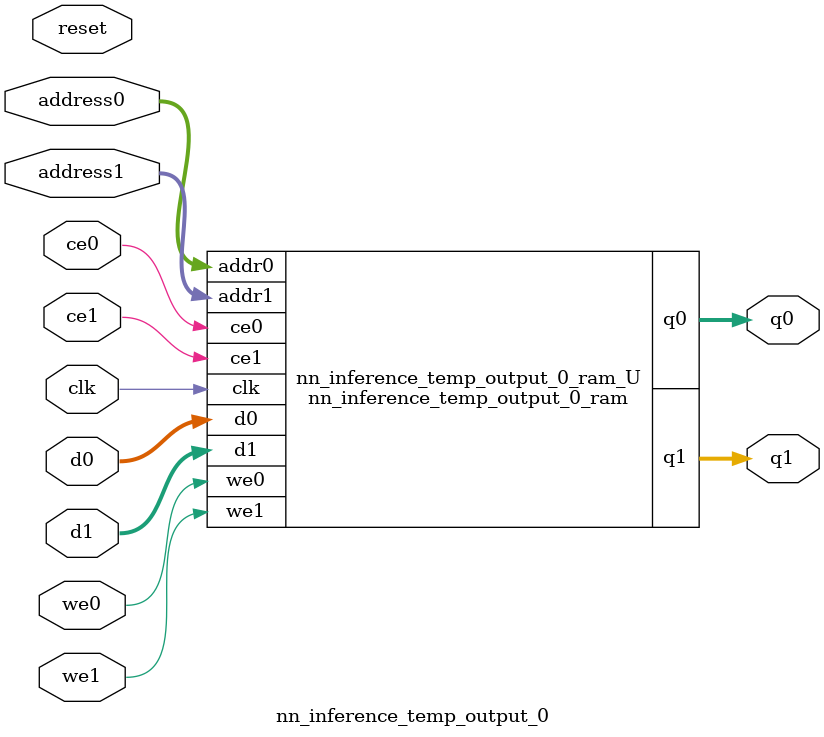
<source format=v>
`timescale 1 ns / 1 ps
module nn_inference_temp_output_0_ram (addr0, ce0, d0, we0, q0, addr1, ce1, d1, we1, q1,  clk);

parameter DWIDTH = 16;
parameter AWIDTH = 7;
parameter MEM_SIZE = 80;

input[AWIDTH-1:0] addr0;
input ce0;
input[DWIDTH-1:0] d0;
input we0;
output reg[DWIDTH-1:0] q0;
input[AWIDTH-1:0] addr1;
input ce1;
input[DWIDTH-1:0] d1;
input we1;
output reg[DWIDTH-1:0] q1;
input clk;

reg [DWIDTH-1:0] ram[0:MEM_SIZE-1];




always @(posedge clk)  
begin 
    if (ce0) begin
        if (we0) 
            ram[addr0] <= d0; 
        q0 <= ram[addr0];
    end
end


always @(posedge clk)  
begin 
    if (ce1) begin
        if (we1) 
            ram[addr1] <= d1; 
        q1 <= ram[addr1];
    end
end


endmodule

`timescale 1 ns / 1 ps
module nn_inference_temp_output_0(
    reset,
    clk,
    address0,
    ce0,
    we0,
    d0,
    q0,
    address1,
    ce1,
    we1,
    d1,
    q1);

parameter DataWidth = 32'd16;
parameter AddressRange = 32'd80;
parameter AddressWidth = 32'd7;
input reset;
input clk;
input[AddressWidth - 1:0] address0;
input ce0;
input we0;
input[DataWidth - 1:0] d0;
output[DataWidth - 1:0] q0;
input[AddressWidth - 1:0] address1;
input ce1;
input we1;
input[DataWidth - 1:0] d1;
output[DataWidth - 1:0] q1;



nn_inference_temp_output_0_ram nn_inference_temp_output_0_ram_U(
    .clk( clk ),
    .addr0( address0 ),
    .ce0( ce0 ),
    .we0( we0 ),
    .d0( d0 ),
    .q0( q0 ),
    .addr1( address1 ),
    .ce1( ce1 ),
    .we1( we1 ),
    .d1( d1 ),
    .q1( q1 ));

endmodule


</source>
